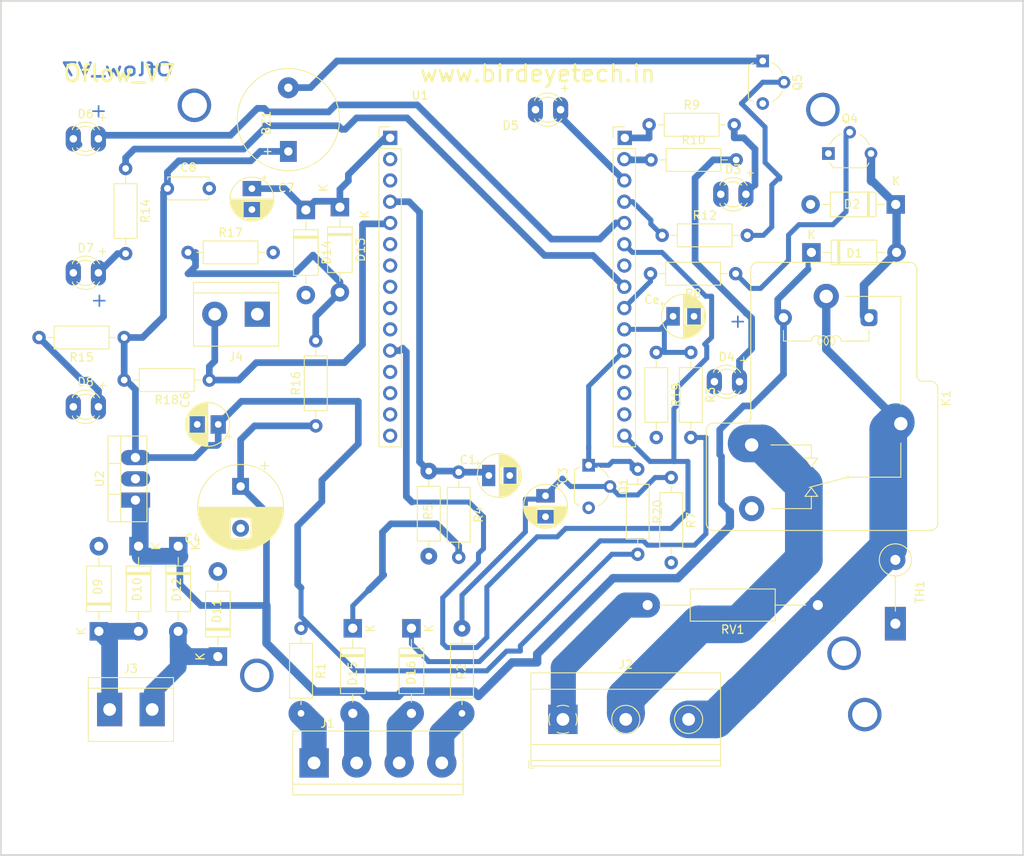
<source format=kicad_pcb>
(kicad_pcb (version 20211014) (generator pcbnew)
  (layers (0 "F.Cu" signal) (31 "B.Cu" signal) (34 "B.Paste" user) (35 "F.Paste" user) (36 "B.SilkS" user "B.Silkscreen") (37 "F.SilkS" user "F.Silkscreen") (38 "B.Mask" user) (39 "F.Mask" user) (44 "Edge.Cuts" user))
  (net 0 "")
  (net 1 "GND")
  (net 2 "Net-(D1-Pad2)")
  (net 3 "+12V")
  (net 4 "L")
  (net 6 "Net-(J2-Pad2)")
  (net 7 "Net-(Q4-Pad2)")
  (net 8 "Net-(BZ1-Pad2)")
  (net 9 "Net-(Q5-Pad2)")
  (net 10 "Net-(D15-Pad1)")
  (net 11 "Net-(D15-Pad2)")
  (net 12 "Net-(J1-Pad1)")
  (net 13 "A0")
  (net 14 "D6")
  (net 15 "D0")
  (net 16 "D1")
  (net 17 "Net-(D10-Pad2)")
  (net 18 "Net-(D11-Pad1)")
  (net 19 "N")
  (net 20 "Net-(D3-Pad2)")
  (net 21 "Net-(D4-Pad2)")
  (net 22 "Net-(D7-Pad2)")
  (net 23 "Net-(D8-Pad2)")
  (net 24 "Net-(D13-Pad2)")
  (net 25 "+5V")
  (net 26 "Net-(D16-Pad1)")
  (net 27 "Net-(D16-Pad2)")
  (net 29 "Net-(C3-Pad1)")
  (net 30 "Net-(J1-Pad4)")
  (net 31 "D8")
  (net 32 "D2")
  (net 33 "D4")
  (net 34 "D7")
  (net 35 "D3")
  (net 36 "D5")
  (net 38 "S3")
  (net 39 "S2")
  (net 44 "+3.3V")
  (footprint "Capacitor_THT:CP_Radial_D5.0mm_P2.50mm" (layer "F.Cu") (at 111.22 73.67)
    (fp_text reference "Ce")
    (fp_text value "CP")
  )
  (footprint "Package_TO_SOT_THT:TO-92L_Wide" (layer "F.Cu") (at 129.76 54.23)
    (fp_text reference "Q4")
    (fp_text value "2N2219")
  )
  (footprint "Package_TO_SOT_THT:TO-92L_Wide" (layer "F.Cu") (at 121.92 43.18 -90)
    (fp_text reference "Q5")
    (fp_text value "BC547")
  )
  (footprint "Resistor_THT:R_Axial_DIN0207_L6.3mm_D2.5mm_P10.16mm_Horizontal" (layer "F.Cu") (at 66.825 110.92 -90)
    (fp_text reference "R1")
    (fp_text value "330R")
  )
  (footprint "myLib:TerminalBlock_bornier-4_P5.08mm" (layer "F.Cu") (at 68.38 127)
    (fp_text reference "J1")
    (fp_text value "Conn_01x04")
  )
  (footprint "myLib:CP_Radial_D10.0mm_P5.00mm" (layer "F.Cu") (at 59.61634 93.98 -90)
    (fp_text reference "C4")
    (fp_text value "1000uF")
  )
  (footprint "myLib:CP_Radial_D5.0mm_P2.50mm" (layer "F.Cu") (at 56.94 86.58 180)
    (fp_text reference "C6")
    (fp_text value "0.1uF")
  )
  (footprint "Diode_THT:D_DO-41_SOD81_P10.16mm_Horizontal" (layer "F.Cu") (at 42.7 111.28 90)
    (fp_text reference "D9")
    (fp_text value "1N4007")
  )
  (footprint "Diode_THT:D_DO-41_SOD81_P10.16mm_Horizontal" (layer "F.Cu") (at 47.433333 101.12 -90)
    (fp_text reference "D10")
    (fp_text value "1N4007")
  )
  (footprint "Diode_THT:D_DO-41_SOD81_P10.16mm_Horizontal" (layer "F.Cu") (at 56.9 114.3 90)
    (fp_text reference "D11")
    (fp_text value "1N4007")
  )
  (footprint "Diode_THT:D_DO-41_SOD81_P10.16mm_Horizontal" (layer "F.Cu") (at 52.166666 101.12 -90)
    (fp_text reference "D12")
    (fp_text value "1N4007")
  )
  (footprint "myLib:TerminalBlock_bornier-2_P5.08mm" (layer "F.Cu") (at 49.0616 120.61724 180)
    (fp_text reference "J3")
    (fp_text value "Conn_01x02")
  )
  (footprint "myLib:TO-220-3_Vertical" (layer "F.Cu") (at 47.0616 95.61724 90)
    (fp_text reference "U2")
    (fp_text value "L7805")
  )
  (footprint "TerminalBlock:TerminalBlock_bornier-2_P5.08mm" (layer "F.Cu") (at 61.61 73.42 180)
    (fp_text reference "J4")
    (fp_text value "Conn_01x02")
  )
  (footprint "TerminalBlock_MetzConnect:TerminalBlock_MetzConnect_Type175_RT02703HBLC_1x03_P7.50mm_Horizontal" (layer "F.Cu") (at 98.075 121.8)
    (fp_text reference "J2")
    (fp_text value "Conn_01x03")
  )
  (footprint "Resistor_THT:R_Axial_DIN0207_L6.3mm_D2.5mm_P10.16mm_Horizontal" (layer "F.Cu") (at 118.69 68.58 180)
    (fp_text reference "R8")
    (fp_text value "10k")
  )
  (footprint "myLib:Buzzer_12x9.5RM7.6" (layer "F.Cu") (at 65.31 53.98 90)
    (fp_text reference "BZ1")
    (fp_text value "Buzzer")
  )
  (footprint "MyLib:LED_D3.0mm" (layer "F.Cu") (at 117.114491 59.096428)
    (fp_text reference "D3")
    (fp_text value "LED")
  )
  (footprint "MyLib:LED_D3.0mm" (layer "F.Cu") (at 116.34862 81.47424)
    (fp_text reference "D4")
    (fp_text value "LED")
  )
  (footprint "MyLib:LED_D3.0mm" (layer "F.Cu") (at 95 49)
    (fp_text reference "D5")
    (fp_text value "LED")
  )
  (footprint "MyLib:LED_D3.0mm" (layer "F.Cu") (at 39.84862 52.47424)
    (fp_text reference "D6")
    (fp_text value "LED")
  )
  (footprint "MyLib:LED_D3.0mm" (layer "F.Cu") (at 39.84862 68.47424)
    (fp_text reference "D7")
    (fp_text value "LED")
  )
  (footprint "MyLib:LED_D3.0mm" (layer "F.Cu") (at 39.84862 84.47424)
    (fp_text reference "D8")
    (fp_text value "LED")
  )
  (footprint "Resistor_THT:R_Axial_DIN0207_L6.3mm_D2.5mm_P10.16mm_Horizontal" (layer "F.Cu") (at 108.36 50.8)
    (fp_text reference "R9")
    (fp_text value "R")
  )
  (footprint "Resistor_THT:R_Axial_DIN0207_L6.3mm_D2.5mm_P10.16mm_Horizontal" (layer "F.Cu") (at 108.59 54.99)
    (fp_text reference "R10")
    (fp_text value "R")
  )
  (footprint "Resistor_THT:R_Axial_DIN0207_L6.3mm_D2.5mm_P10.16mm_Horizontal" (layer "F.Cu") (at 45.89 56.02 -90)
    (fp_text reference "R14")
    (fp_text value "R")
  )
  (footprint "Resistor_THT:R_Axial_DIN0207_L6.3mm_D2.5mm_P10.16mm_Horizontal" (layer "F.Cu") (at 45.72 76.2 180)
    (fp_text reference "R15")
    (fp_text value "R")
  )
  (footprint "myLib:CP_Radial_D5.0mm_P2.50mm" (layer "F.Cu") (at 60.96 58.42 -90)
    (fp_text reference "C7")
    (fp_text value "10uF")
  )
  (footprint "Diode_THT:D_DO-41_SOD81_P10.16mm_Horizontal" (layer "F.Cu") (at 71.46 60.64 -90)
    (fp_text reference "D13")
    (fp_text value "1N4007")
  )
  (footprint "Diode_THT:D_DO-41_SOD81_P10.16mm_Horizontal" (layer "F.Cu") (at 67.4 60.97 -90)
    (fp_text reference "D14")
    (fp_text value "D_Zener")
  )
  (footprint "Resistor_THT:R_Axial_DIN0207_L6.3mm_D2.5mm_P10.16mm_Horizontal" (layer "F.Cu") (at 68.58 86.75 90)
    (fp_text reference "R16")
    (fp_text value "56K")
  )
  (footprint "Resistor_THT:R_Axial_DIN0207_L6.3mm_D2.5mm_P10.16mm_Horizontal" (layer "F.Cu") (at 53.34 66.04)
    (fp_text reference "R17")
    (fp_text value "15K")
  )
  (footprint "Capacitor_THT:C_Disc_D4.7mm_W2.5mm_P5.00mm" (layer "F.Cu") (at 50.88 58.4)
    (fp_text reference "C8")
    (fp_text value "C")
  )
  (footprint "Resistor_THT:R_Axial_DIN0207_L6.3mm_D2.5mm_P10.16mm_Horizontal" (layer "F.Cu") (at 55.88 81.28 180)
    (fp_text reference "R18")
    (fp_text value "10k")
  )
  (footprint "Diode_THT:D_DO-41_SOD81_P10.16mm_Horizontal" (layer "F.Cu") (at 127.73 66.04)
    (fp_text reference "D1")
    (fp_text value "1N4007")
  )
  (footprint "Diode_THT:D_DO-41_SOD81_P10.16mm_Horizontal" (layer "F.Cu") (at 137.79 60.31 180)
    (fp_text reference "D2")
    (fp_text value "1N4007")
  )
  (footprint "Relay_THT:Relay_SPDT_RAYEX-L90" (layer "F.Cu") (at 129.5 71.29 -90)
    (fp_text reference "K1")
    (fp_text value "RAYEX-L90")
  )
  (footprint "Resistor_THT:R_Axial_DIN0207_L6.3mm_D2.5mm_P10.16mm_Horizontal" (layer "F.Cu") (at 109.22 77.98 -90)
    (fp_text reference "R19")
    (fp_text value "10K")
  )
  (footprint "Capacitor_THT:CP_Radial_D5.0mm_P2.50mm" (layer "F.Cu") (at 89.23 92.68)
    (fp_text reference "C1")
    (fp_text value "CP")
  )
  (footprint "Resistor_THT:R_Axial_DIN0207_L6.3mm_D2.5mm_P10.16mm_Horizontal" (layer "F.Cu") (at 111 92.92 -90)
    (fp_text reference "R7")
    (fp_text value "68K")
  )
  (footprint "Diode_THT:D_DO-41_SOD81_P10.16mm_Horizontal" (layer "F.Cu") (at 80 110.92 -90)
    (fp_text reference "D16")
    (fp_text value "1N4007")
  )
  (footprint "Resistor_THT:R_Axial_DIN0207_L6.3mm_D2.5mm_P10.16mm_Horizontal" (layer "F.Cu") (at 85.64 92.28 -90)
    (fp_text reference "R4")
    (fp_text value "1K")
  )
  (footprint "Resistor_THT:R_Axial_DIN0207_L6.3mm_D2.5mm_P10.16mm_Horizontal" (layer "F.Cu") (at 107 91.92 -90)
    (fp_text reference "R20")
    (fp_text value "10k")
  )
  (footprint "Resistor_THT:R_Axial_DIN0411_L9.9mm_D3.6mm_P7.62mm_Vertical" (layer "F.Cu") (at 137.75 102.755 -90)
    (fp_text reference "TH1")
    (fp_text value "Thermistor_NTC")
  )
  (footprint "MyLib:R_Axial_DIN0207_L6.3mm_D2.5mm_P10.16mm_Horizontal" (layer "F.Cu") (at 86.03 121.08 90)
    (fp_text reference "R2")
    (fp_text value "10K")
  )
  (footprint "Package_TO_SOT_THT:TO-92L_Wide" (layer "F.Cu") (at 101.15 91.45 -90)
    (fp_text reference "Q1")
    (fp_text value "BC547")
  )
  (footprint "Diode_THT:D_DO-41_SOD81_P10.16mm_Horizontal" (layer "F.Cu") (at 73 110.92 -90)
    (fp_text reference "D15")
    (fp_text value "1N4007")
  )
  (footprint "MyLib:R_Axial_DIN0207_L6.3mm_D2.5mm_P10.16mm_Horizontal" (layer "F.Cu") (at 82.07 102.31 90)
    (fp_text reference "R5")
    (fp_text value "10K")
  )
  (footprint "Resistor_THT:R_Axial_DIN0207_L6.3mm_D2.5mm_P10.16mm_Horizontal" (layer "F.Cu") (at 113.34 77.98 -90)
    (fp_text reference "R3")
    (fp_text value "1K")
  )
  (footprint "Resistor_THT:R_Axial_DIN0411_L9.9mm_D3.6mm_P20.32mm_Horizontal" (layer "F.Cu") (at 128.5 108.15 180)
    (fp_text reference "RV1")
    (fp_text value "Varistor")
  )
  (footprint "NodeMCU:NODE V1" (layer "F.Cu") (at 77.46 52.365)
    (fp_text reference "U1")
    (fp_text value "NodeMCU")
  )
  (footprint "Resistor_THT:R_Axial_DIN0207_L6.3mm_D2.5mm_P10.16mm_Horizontal" (layer "F.Cu") (at 109.92 64)
    (fp_text reference "R12")
    (fp_text value "R")
  )
  (footprint "Capacitor_THT:CP_Radial_D5.0mm_P2.50mm" (layer "F.Cu") (at 96 95.099185 -90)
    (fp_text reference "C3")
    (fp_text value "CP")
  )
  (gr_line (start 118.95 73.675) (end 118.95 74.95) (layer "B.Cu") (width 0.2))
  (gr_line (start 118.275 74.3) (end 119.6 74.3) (layer "B.Cu") (width 0.2))
  (gr_line (start 42.7625 71.175) (end 42.7625 72.45) (layer "B.Cu") (width 0.2))
  (gr_line (start 42.6625 48.55) (end 42.6625 49.825) (layer "B.Cu") (width 0.2))
  (gr_line (start 42.0875 71.8) (end 43.4125 71.8) (layer "B.Cu") (width 0.2))
  (gr_line (start 41.9875 49.175) (end 43.3125 49.175) (layer "B.Cu") (width 0.2))
  (gr_rect (start 31 36) (end 153 138) (layer "Edge.Cuts") (width 0.2) (fill none))
  (gr_text "Oflow_V7\n" (at 44.92752 44.196) (layer "B.Cu") (effects (font (size 1.5 2) (thickness 0.3)) (justify mirror)))
  (gr_text "www.birdeyetech.in\n" (at 95.0866 44.69224) (layer "F.SilkS") (effects (font (size 2 2) (thickness 0.3))))
  (gr_text "Oflow_V7\n" (at 45.15 44.65) (layer "F.SilkS") (effects (font (size 2 2) (thickness 0.3))))
  (via locked (at 134.09862 121.22424) (size 4) (drill 3) (layers "F.Cu" "B.Cu") (net 0))
  (via locked (at 61.55098 116.54534) (size 4) (drill 3) (layers "F.Cu" "B.Cu") (net 0))
  (via locked (at 131.625 113.9) (size 4) (drill 3) (layers "F.Cu" "B.Cu") (net 0))
  (via locked (at 129.09862 48.97424) (size 4) (drill 3) (layers "F.Cu" "B.Cu") (net 0))
  (via locked (at 54.09862 48.47424) (size 4) (drill 3) (layers "F.Cu" "B.Cu") (net 0))
  (segment (start 42.18 100.6) (end 42.7 101.12) (width 0.8) (layer "B.Cu") (net 1))
  (segment (start 39.64862 52.47424) (end 40.33 53.15562) (width 0.8) (layer "B.Cu") (net 1))
  (segment (start 135.06 57.58) (end 137.89 60.41) (width 1) (layer "B.Cu") (net 2))
  (segment (start 134 69.93) (end 134 73.65) (width 1) (layer "B.Cu") (net 2))
  (segment (start 137.89 66.04) (end 134 69.93) (width 1) (layer "B.Cu") (net 2))
  (segment (start 134.93 57.58) (end 135.06 57.58) (width 1) (layer "B.Cu") (net 2))
  (segment (start 134.84 54.23) (end 134.84 57.49) (width 1) (layer "B.Cu") (net 2))
  (segment (start 137.89 60.41) (end 137.89 66.04) (width 1) (layer "B.Cu") (net 2))
  (segment (start 134.84 57.49) (end 134.93 57.58) (width 1) (layer "B.Cu") (net 2))
  (segment (start 59.61634 88.40366) (end 59.61634 93.98) (width 0.8) (layer "B.Cu") (net 3))
  (segment (start 61.27 86.75) (end 59.61634 88.40366) (width 0.8) (layer "B.Cu") (net 3))
  (segment (start 62.7 108.2) (end 62.7 97.06366) (width 0.8) (layer "B.Cu") (net 3))
  (segment (start 74.596956 119) (end 74.076956 118.48) (width 1) (layer "B.Cu") (net 3))
  (segment (start 95 114) (end 95 115) (width 1) (layer "B.Cu") (net 3))
  (segment (start 87.48 118.48) (end 78.923044 118.48) (width 1) (layer "B.Cu") (net 3))
  (segment (start 62.7 108.2) (end 54.86 108.2) (width 0.8) (layer "B.Cu") (net 3))
  (segment (start 92 115) (end 88 119) (width 1) (layer "B.Cu") (net 3))
  (segment (start 117 96) (end 117 90.389626) (width 0.8) (layer "B.Cu") (net 3))
  (segment (start 62.7 97.06366) (end 59.61634 93.98) (width 0.8) (layer "B.Cu") (net 3))
  (segment (start 62.7 112.7) (end 62.7 108.2) (width 1) (layer "B.Cu") (net 3))
  (segment (start 74.076956 118.48) (end 68.48 118.48) (width 1) (layer "B.Cu") (net 3))
  (segment (start 88 119) (end 87.48 118.48) (width 1) (layer "B.Cu") (net 3))
  (segment (start 116.79 90.179626) (end 116.79 87.21) (width 0.8) (layer "B.Cu") (net 3))
  (segment (start 117 90.389626) (end 116.79 90.179626) (width 0.8) (layer "B.Cu") (net 3))
  (segment (start 118 98.710438) (end 111.770438 104.94) (width 1) (layer "B.Cu") (net 3))
  (segment (start 61.27 86.75) (end 68.58 86.75) (width 0.8) (layer "B.Cu") (net 3))
  (segment (start 120.62576 84.37424) (end 124.4 80.6) (width 0.8) (layer "B.Cu") (net 3))
  (segment (start 116.79 87.21) (end 119.62576 84.37424) (width 0.8) (layer "B.Cu") (net 3))
  (segment (start 118 97) (end 117 96) (width 0.8) (layer "B.Cu") (net 3))
  (segment (start 124.000489 73.449511) (end 123.8 73.65) (width 1) (layer "B.Cu") (net 3))
  (segment (start 47.633333 102.32) (end 52.366666 102.32) (width 2) (layer "B.Cu") (net 3))
  (segment (start 127.33 68.04) (end 127.33 66.44) (width 0.6) (layer "B.Cu") (net 3))
  (segment (start 127.33 66.44) (end 127.73 66.04) (width 0.6) (layer "B.Cu") (net 3))
  (segment (start 54.86 108.2) (end 52.366666 105.706666) (width 0.8) (layer "B.Cu") (net 3))
  (segment (start 123.71 73.83) (end 123.71 71.66) (width 0.8) (layer "B.Cu") (net 3))
  (segment (start 47.633333 102.32) (end 47.633333 96.548493) (width 2) (layer "B.Cu") (net 3))
  (segment (start 111.770438 104.94) (end 104.06 104.94) (width 1) (layer "B.Cu") (net 3))
  (segment (start 123.71 71.66) (end 127.33 68.04) (width 0.8) (layer "B.Cu") (net 3))
  (segment (start 78.403044 119) (end 74.596956 119) (width 1) (layer "B.Cu") (net 3))
  (segment (start 78.923044 118.48) (end 78.403044 119) (width 1) (layer "B.Cu") (net 3))
  (segment (start 95 115) (end 92 115) (width 1) (layer "B.Cu") (net 3))
  (segment (start 68.48 118.48) (end 62.7 112.7) (width 1) (layer "B.Cu") (net 3))
  (segment (start 52.366666 105.706666) (end 52.366666 102.32) (width 0.8) (layer "B.Cu") (net 3))
  (segment (start 119.62576 84.37424) (end 120.62576 84.37424) (width 0.8) (layer "B.Cu") (net 3))
  (segment (start 104.06 104.94) (end 95 114) (width 1) (layer "B.Cu") (net 3))
  (segment (start 118 97) (end 118 98.710438) (width 1) (layer "B.Cu") (net 3))
  (segment (start 124.4 80.6) (end 124.4 73.83) (width 0.8) (layer "B.Cu") (net 3))
  (segment (start 129.5 71.29) (end 129.5 77.59) (width 1) (layer "B.Cu") (net 4))
  (segment (start 129.5 77.59) (end 138.4 86.49) (width 1) (layer "B.Cu") (net 4))
  (segment (start 119.3875 118.8) (end 119.3 118.8) (width 4.5) (layer "B.Cu") (net 4))
  (segment (start 136.9 101.2875) (end 119.3875 118.8) (width 4.5) (layer "B.Cu") (net 4))
  (segment (start 137.8 86.31) (end 136.9 87.21) (width 4.5) (layer "B.Cu") (net 4))
  (segment (start 119.3 118.8) (end 116.3 121.8) (width 4.5) (layer "B.Cu") (net 4))
  (segment (start 136.9 87.21) (end 136.9 101.2875) (width 4.5) (layer "B.Cu") (net 4))
  (segment (start 116.3 121.8) (end 113.075 121.8) (width 4.5) (layer "B.Cu") (net 4))
  (segment (start 120 88.85) (end 121.875 88.85) (width 4.5) (layer "B.Cu") (net 6))
  (segment (start 105.575 119.175) (end 105.575 121) (width 4.5) (layer "B.Cu") (net 6))
  (segment (start 119.1 110.45) (end 114.3 110.45) (width 4.5) (layer "B.Cu") (net 6))
  (segment (start 121.875 88.85) (end 126.825 93.8) (width 4.5) (layer "B.Cu") (net 6))
  (segment (start 114.3 110.45) (end 105.575 119.175) (width 4.5) (layer "B.Cu") (net 6))
  (segment (start 126.825 102.725) (end 119.1 110.45) (width 4.5) (layer "B.Cu") (net 6))
  (segment (start 126.825 93.8) (end 126.825 102.725) (width 4.5) (layer "B.Cu") (net 6))
  (segment (start 105.575 121) (end 105.625 121.05) (width 4.5) (layer "B.Cu") (net 6))
  (segment (start 125 63.97) (end 126.24 62.73) (width 0.6) (layer "B.Cu") (net 7))
  (segment (start 125 67) (end 125 63.97) (width 0.6) (layer "B.Cu") (net 7))
  (segment (start 121.66 70.34) (end 125 67) (width 0.6) (layer "B.Cu") (net 7))
  (segment (start 131.86 61.18) (end 131.86 52.13) (width 0.6) (layer "B.Cu") (net 7))
  (segment (start 120.45 70.34) (end 121.66 70.34) (width 0.6) (layer "B.Cu") (net 7))
  (segment (start 130.31 62.73) (end 131.86 61.18) (width 0.6) (layer "B.Cu") (net 7))
  (segment (start 131.86 52.13) (end 132.3 51.69) (width 0.6) (layer "B.Cu") (net 7))
  (segment (start 126.24 62.73) (end 130.31 62.73) (width 0.6) (layer "B.Cu") (net 7))
  (segment (start 118.69 68.58) (end 120.45 70.34) (width 0.6) (layer "B.Cu") (net 7))
  (segment (start 65.33 46.36) (end 65.31 46.38) (width 0.8) (layer "B.Cu") (net 8))
  (segment (start 121.92 43.18) (end 71.12 43.18) (width 0.8) (layer "B.Cu") (net 8))
  (segment (start 67.94 46.36) (end 65.33 46.36) (width 0.8) (layer "B.Cu") (net 8))
  (segment (start 65.31 46.38) (end 65.63 46.06) (width 0.8) (layer "B.Cu") (net 8))
  (segment (start 71.12 43.18) (end 67.94 46.36) (width 0.8) (layer "B.Cu") (net 8))
  (segment (start 123 58) (end 123 63) (width 0.6) (layer "B.Cu") (net 9))
  (segment (start 121.92 45.72) (end 124.46 45.72) (width 0.6) (layer "B.Cu") (net 9))
  (segment (start 123.95 57.05) (end 123.95 57.29) (width 0.6) (layer "B.Cu") (net 9))
  (segment (start 122.2 55.3) (end 122.2 51.08) (width 0.6) (layer "B.Cu") (net 9))
  (segment (start 123.95 57.05) (end 122.2 55.3) (width 0.6) (layer "B.Cu") (net 9))
  (segment (start 119.38 48.26) (end 121.92 45.72) (width 0.6) (layer "B.Cu") (net 9))
  (segment (start 123.95 57.05) (end 123 58) (width 0.6) (layer "B.Cu") (net 9))
  (segment (start 122.2 51.08) (end 119.38 48.26) (width 0.6) (layer "B.Cu") (net 9))
  (segment (start 120.08 64) (end 122 64) (width 0.6) (layer "B.Cu") (net 9))
  (segment (start 123 63) (end 122 64) (width 0.6) (layer "B.Cu") (net 9))
  (segment (start 73 108.24) (end 73 110.92) (width 0.6) (layer "B.Cu") (net 10))
  (segment (start 76.54 99.45) (end 76.54 104.4) (width 0.8) (layer "B.Cu") (net 10))
  (segment (start 77.54 98.45) (end 76.54 99.45) (width 0.8) (layer "B.Cu") (net 10))
  (segment (start 85.64 101.1) (end 82.99 98.45) (width 0.8) (layer "B.Cu") (net 10))
  (segment (start 76.69 104.55) (end 74.895 106.345) (width 0.8) (layer "B.Cu") (net 10))
  (segment (start 74.895 106.345) (end 73 108.24) (width 0.6) (layer "B.Cu") (net 10))
  (segment (start 85.64 102.44) (end 85.64 101.1) (width 0.8) (layer "B.Cu") (net 10))
  (segment (start 82.99 98.45) (end 77.54 98.45) (width 0.8) (layer "B.Cu") (net 10))
  (segment (start 76.54 104.4) (end 76.69 104.55) (width 0.8) (layer "B.Cu") (net 10))
  (segment (start 73.46 121.54) (end 73 121.08) (width 3) (layer "B.Cu") (net 11))
  (segment (start 73.46 127) (end 73.46 121.54) (width 3) (layer "B.Cu") (net 11))
  (segment (start 68.38 122.635) (end 66.825 121.08) (width 3) (layer "B.Cu") (net 12))
  (segment (start 68.38 127) (end 68.38 122.635) (width 3) (layer "B.Cu") (net 12))
  (segment (start 71.46 60.64) (end 71.46 58.52) (width 0.8) (layer "B.Cu") (net 13))
  (segment (start 70.75 59.93) (end 68.44 59.93) (width 0.8) (layer "B.Cu") (net 13))
  (segment (start 72.47 57.51) (end 72.47 56.74) (width 0.8) (layer "B.Cu") (net 13))
  (segment (start 71.46 60.64) (end 70.75 59.93) (width 0.8) (layer "B.Cu") (net 13))
  (segment (start 64.85 58.42) (end 60.96 58.42) (width 0.8) (layer "B.Cu") (net 13))
  (segment (start 68.44 59.93) (end 67.4 60.97) (width 0.8) (layer "B.Cu") (net 13))
  (segment (start 72.47 56.74) (end 76.845 52.365) (width 0.8) (layer "B.Cu") (net 13))
  (segment (start 76.845 52.365) (end 77.46 52.365) (width 0.8) (layer "B.Cu") (net 13))
  (segment (start 71.46 58.52) (end 72.47 57.51) (width 0.8) (layer "B.Cu") (net 13))
  (segment (start 67.4 60.97) (end 64.85 58.42) (width 0.8) (layer "B.Cu") (net 13))
  (segment (start 105.4 72.685) (end 105.4 72.63) (width 0.6) (layer "B.Cu") (net 14))
  (segment (start 105.4 72.63) (end 108.53 69.5) (width 0.6) (layer "B.Cu") (net 14))
  (segment (start 108.53 68.58) (end 108.53 69.5) (width 0.6) (layer "B.Cu") (net 14))
  (segment (start 105.46 52.365) (end 108.355 52.365) (width 0.8) (layer "B.Cu") (net 15))
  (segment (start 108.355 52.365) (end 108.36 52.36) (width 0.8) (layer "B.Cu") (net 15))
  (segment (start 108.36 52.36) (end 108.36 50.8) (width 0.8) (layer "B.Cu") (net 15))
  (segment (start 106.16 54.99) (end 108.59 54.99) (width 0.8) (layer "B.Cu") (net 16))
  (segment (start 106.075 54.905) (end 106.16 54.99) (width 0.8) (layer "B.Cu") (net 16))
  (segment (start 105.4 54.905) (end 106.075 54.905) (width 0.8) (layer "B.Cu") (net 16))
  (segment (start 47.433333 111.28) (end 42.7 111.28) (width 2) (layer "B.Cu") (net 17))
  (segment (start 43.9816 112.5616) (end 42.7 111.28) (width 2) (layer "B.Cu") (net 17))
  (segment (start 43.9816 120.61724) (end 43.9816 112.5616) (width 2) (layer "B.Cu") (net 17))
  (segment (start 49.0616 118.6384) (end 52.166666 115.533334) (width 2) (layer "B.Cu") (net 18))
  (segment (start 52.166666 113.126666) (end 53.34 114.3) (width 2) (layer "B.Cu") (net 18))
  (segment (start 52.166666 111.28) (end 52.166666 113.126666) (width 2) (layer "B.Cu") (net 18))
  (segment (start 53.34 114.3) (end 56.9 114.3) (width 2) (layer "B.Cu") (net 18))
  (segment (start 49.0616 120.61724) (end 49.0616 118.6384) (width 2) (layer "B.Cu") (net 18))
  (segment (start 52.166666 115.533334) (end 52.166666 111.28) (width 2) (layer "B.Cu") (net 18))
  (segment (start 98.125 121.05) (end 98.125 115.6) (width 3) (layer "B.Cu") (net 19))
  (segment (start 98.125 115.6) (end 105.575 108.15) (width 3) (layer "B.Cu") (net 19))
  (segment (start 105.575 108.15) (end 108.18 108.15) (width 3) (layer "B.Cu") (net 19))
  (segment (start 118.52 52.36) (end 119.65137 52.36) (width 0.8) (layer "B.Cu") (net 20))
  (segment (start 121 58) (end 121 58.010919) (width 0.6) (layer "B.Cu") (net 20))
  (segment (start 119.65137 52.36) (end 121 53.70863) (width 0.8) (layer "B.Cu") (net 20))
  (segment (start 121 58.010919) (end 119.914491 59.096428) (width 0.6) (layer "B.Cu") (net 20))
  (segment (start 118.52 52.36) (end 118.52 50.8) (width 0.8) (layer "B.Cu") (net 20))
  (segment (start 121 53.70863) (end 121 58) (width 0.8) (layer "B.Cu") (net 20))
  (segment (start 113.84862 57.15138) (end 116.01 54.99) (width 0.8) (layer "B.Cu") (net 21))
  (segment (start 119.95 73.260786) (end 113.84862 67.159406) (width 0.8) (layer "B.Cu") (net 21))
  (segment (start 113.84862 67.159406) (end 113.84862 57.15138) (width 0.8) (layer "B.Cu") (net 21))
  (segment (start 116.01 54.99) (end 118.75 54.99) (width 0.8) (layer "B.Cu") (net 21))
  (segment (start 119.14862 78.99862) (end 120.6 77.54724) (width 0.8) (layer "B.Cu") (net 21))
  (segment (start 120.6 77.54724) (end 120.6 73.885786) (width 0.8) (layer "B.Cu") (net 21))
  (segment (start 119.14862 81.47424) (end 119.14862 78.99862) (width 0.8) (layer "B.Cu") (net 21))
  (segment (start 119.95 73.3) (end 119.95 73.260786) (width 0.8) (layer "B.Cu") (net 21))
  (segment (start 120.6 73.885786) (end 120.014214 73.3) (width 0.8) (layer "B.Cu") (net 21))
  (segment (start 120.014214 73.3) (end 119.95 73.3) (width 0.8) (layer "B.Cu") (net 21))
  (segment (start 45.89 66.18) (end 44.94286 66.18) (width 0.8) (layer "B.Cu") (net 22))
  (segment (start 44.94286 66.18) (end 42.64862 68.47424) (width 0.8) (layer "B.Cu") (net 22))
  (segment (start 42.64862 82.54862) (end 41.41 81.31) (width 0.8) (layer "B.Cu") (net 23))
  (segment (start 41.41 81.31) (end 41.45 81.27) (width 0.8) (layer "B.Cu") (net 23))
  (segment (start 40.67 81.31) (end 35.56 76.2) (width 0.8) (layer "B.Cu") (net 23))
  (segment (start 42.64862 84.47424) (end 42.64862 82.54862) (width 0.8) (layer "B.Cu") (net 23))
  (segment (start 41.41 81.31) (end 40.67 81.31) (width 0.8) (layer "B.Cu") (net 23))
  (segment (start 71.46 69.56) (end 71.46 70.8) (width 0.8) (layer "B.Cu") (net 24))
  (segment (start 54.23 66.93) (end 53.34 66.04) (width 0.8) (layer "B.Cu") (net 24))
  (segment (start 54.23 67.69) (end 54.23 66.93) (width 0.8) (layer "B.Cu") (net 24))
  (segment (start 68.26 66.36) (end 66.04 68.58) (width 0.8) (layer "B.Cu") (net 24))
  (segment (start 71.12 71.14) (end 71.46 70.8) (width 0.8) (layer "B.Cu") (net 24))
  (segment (start 66.04 68.58) (end 53.34 68.58) (width 0.8) (layer "B.Cu") (net 24))
  (segment (start 68.58 76.59) (end 68.58 73.68) (width 0.8) (layer "B.Cu") (net 24))
  (segment (start 54.23 66.93) (end 54.23 66.04) (width 0.8) (layer "B.Cu") (net 24))
  (segment (start 68.58 73.68) (end 71.46 70.8) (width 0.8) (layer "B.Cu") (net 24))
  (segment (start 68.26 66.36) (end 71.46 69.56) (width 0.8) (layer "B.Cu") (net 24))
  (segment (start 53.34 68.58) (end 54.23 67.69) (width 0.8) (layer "B.Cu") (net 24))
  (segment (start 54.12276 90.53724) (end 55.58 89.08) (width 0.8) (layer "B.Cu") (net 25))
  (segment (start 50.88 58.4) (end 50.57 58.71) (width 0.8) (layer "B.Cu") (net 25))
  (segment (start 61.95 53.98) (end 60.83 55.1) (width 0.8) (layer "B.Cu") (net 25))
  (segment (start 66.825 106.09) (end 66.425 105.69) (width 0.8) (layer "B.Cu") (net 25))
  (segment (start 66.825 109.545) (end 66.825 106.09) (width 0.6) (layer "B.Cu") (net 25))
  (segment (start 93 113.64) (end 91.36 113.64) (width 0.6) (layer "B.Cu") (net 25))
  (segment (start 89 116) (end 73.28 116) (width 0.6) (layer "B.Cu") (net 25))
  (segment (start 47.91 76.2) (end 48.72 75.39) (width 0.8) (layer "B.Cu") (net 25))
  (segment (start 50.88 58.4) (end 50.42 58.86) (width 0.8) (layer "B.Cu") (net 25))
  (segment (start 50.42 58.86) (end 50.42 73.69) (width 0.8) (layer "B.Cu") (net 25))
  (segment (start 73.66 88.9) (end 73.66 83.82) (width 0.8) (layer "B.Cu") (net 25))
  (segment (start 103.92 102.08) (end 93 113) (width 0.6) (layer "B.Cu") (net 25))
  (segment (start 45.72 76.2) (end 47.91 76.2) (width 0.8) (layer "B.Cu") (net 25))
  (segment (start 50.57 58.71) (end 50.5 58.71) (width 0.8) (layer "B.Cu") (net 25))
  (segment (start 50.88 56.45) (end 50.88 58.4) (width 0.8) (layer "B.Cu") (net 25))
  (segment (start 66.425 98.675) (end 69.309016 95.790984) (width 0.8) (layer "B.Cu") (net 25))
  (segment (start 48.72 75.39) (end 49.56 74.55) (width 0.8) (layer "B.Cu") (net 25))
  (segment (start 55.58 89.08) (end 56.81 89.08) (width 0.8) (layer "B.Cu") (net 25))
  (segment (start 69.309016 95.790984) (end 69.309016 93.250984) (width 0.8) (layer "B.Cu") (net 25))
  (segment (start 47.0616 90.53724) (end 54.12276 90.53724) (width 0.8) (layer "B.Cu") (net 25))
  (segment (start 65.31 53.98) (end 61.95 53.98) (width 0.8) (layer "B.Cu") (net 25))
  (segment (start 73.66 83.82) (end 59.7 83.82) (width 0.8) (layer "B.Cu") (net 25))
  (segment (start 107 102.08) (end 103.92 102.08) (width 0.6) (layer "B.Cu") (net 25))
  (segment (start 56.94 86.58) (end 56.94 88.95) (width 0.8) (layer "B.Cu") (net 25))
  (segment (start 46.7 90.17564) (end 47.0616 90.53724) (width 0.8) (layer "B.Cu") (net 25))
  (segment (start 59.7 83.82) (end 56.94 86.58) (width 0.8) (layer "B.Cu") (net 25))
  (segment (start 91.36 113.64) (end 89 116) (width 0.6) (layer "B.Cu") (net 25))
  (segment (start 66.425 105.69) (end 66.425 98.675) (width 0.8) (layer "B.Cu") (net 25))
  (segment (start 47.0616 82.409886) (end 46.2375 81.585786) (width 0.8) (layer "B.Cu") (net 25))
  (segment (start 56.94 88.95) (end 56.81 89.08) (width 0.8) (layer "B.Cu") (net 25))
  (segment (start 73.28 116) (end 66.825 109.545) (width 0.6) (layer "B.Cu") (net 25))
  (segment (start 52.23 55.1) (end 50.88 56.45) (width 0.8) (layer "B.Cu") (net 25))
  (segment (start 69.309016 93.250984) (end 73.66 88.9) (width 0.8) (layer "B.Cu") (net 25))
  (segment (start 60.83 55.1) (end 52.23 55.1) (width 0.8) (layer "B.Cu") (net 25))
  (segment (start 45.72 81.28) (end 45.72 76.2) (width 0.8) (layer "B.Cu") (net 25))
  (segment (start 93 113) (end 93 113.64) (width 0.6) (layer "B.Cu") (net 25))
  (segment (start 50.42 73.69) (end 48.72 75.39) (width 0.8) (layer "B.Cu") (net 25))
  (segment (start 47.0616 90.53724) (end 47.0616 82.409886) (width 0.8) (layer "B.Cu") (net 25))
  (segment (start 80 112.8) (end 80 110.92) (width 0.6) (layer "B.Cu") (net 26))
  (segment (start 107.662742 100.48) (end 108.182742 101) (width 0.6) (layer "B.Cu") (net 26))
  (segment (start 115.14 99.647108) (end 115.14 88.14) (width 0.6) (layer "B.Cu") (net 26))
  (segment (start 102.52 100.48) (end 107.662742 100.48) (width 0.6) (layer "B.Cu") (net 26))
  (segment (start 88.1 114.9) (end 102.52 100.48) (width 0.6) (layer "B.Cu") (net 26))
  (segment (start 82 114.9) (end 82.1 114.9) (width 0.6) (layer "B.Cu") (net 26))
  (segment (start 108.182742 101) (end 113.787108 101) (width 0.6) (layer "B.Cu") (net 26))
  (segment (start 113.787108 101) (end 115.14 99.647108) (width 0.6) (layer "B.Cu") (net 26))
  (segment (start 115.14 88.14) (end 113.34 88.14) (width 0.6) (layer "B.Cu") (net 26))
  (segment (start 82.1 114.9) (end 80 112.8) (width 0.6) (layer "B.Cu") (net 26))
  (segment (start 82.1 114.9) (end 88.1 114.9) (width 0.6) (layer "B.Cu") (net 26))
  (segment (start 78.54 127) (end 78.54 122.54) (width 3) (layer "B.Cu") (net 27))
  (segment (start 78.54 122.54) (end 80 121.08) (width 3) (layer "B.Cu") (net 27))
  (segment (start 107 95) (end 104.7 95) (width 0.6) (layer "B.Cu") (net 29))
  (segment (start 86.03 106.97) (end 86.03 110.345) (width 0.6) (layer "B.Cu") (net 29))
  (segment (start 93.6 99.4) (end 86.03 106.97) (width 0.6) (layer "B.Cu") (net 29))
  (segment (start 93.6 95.499185) (end 93.6 99.4) (width 0.6) (layer "B.Cu") (net 29))
  (segment (start 104.7 95) (end 103.69 93.99) (width 0.6) (layer "B.Cu") (net 29))
  (segment (start 109.08 92.92) (end 107 95) (width 0.6) (layer "B.Cu") (net 29))
  (segment (start 95.500815 95.499185) (end 93.6 95.499185) (width 0.6) (layer "B.Cu") (net 29))
  (segment (start 98.02 92.98) (end 98 93) (width 0.6) (layer "B.Cu") (net 29))
  (segment (start 98.99 93.99) (end 98 93) (width 0.6) (layer "B.Cu") (net 29))
  (segment (start 103.69 93.99) (end 98.99 93.99) (width 0.6) (layer "B.Cu") (net 29))
  (segment (start 111 92.92) (end 109.08 92.92) (width 0.6) (layer "B.Cu") (net 29))
  (segment (start 98 93) (end 95.500815 95.499185) (width 0.6) (layer "B.Cu") (net 29))
  (segment (start 83.62 127) (end 83.62 123.49) (width 3) (layer "B.Cu") (net 30))
  (segment (start 83.62 123.49) (end 86.03 121.08) (width 3) (layer "B.Cu") (net 30))
  (segment (start 104 91) (end 103.55 91.45) (width 0.6) (layer "B.Cu") (net 31))
  (segment (start 106.08 91) (end 107 91.92) (width 0.6) (layer "B.Cu") (net 31))
  (segment (start 101.15 82.015) (end 101.15 89.45) (width 0.6) (layer "B.Cu") (net 31))
  (segment (start 106.33 91.38) (end 106.33 91.9) (width 0.6) (layer "B.Cu") (net 31))
  (segment (start 105.4 77.765) (end 101.15 82.015) (width 0.6) (layer "B.Cu") (net 31))
  (segment (start 103.55 91.45) (end 101.15 91.45) (width 0.6) (layer "B.Cu") (net 31))
  (segment (start 101.15 91.45) (end 101.15 89.15) (width 0.6) (layer "B.Cu") (net 31))
  (segment (start 104 91) (end 106.08 91) (width 0.6) (layer "B.Cu") (net 31))
  (segment (start 97.8 49) (end 97.8 49.845) (width 0.8) (layer "B.Cu") (net 32))
  (segment (start 97.8 49.845) (end 105.4 57.445) (width 0.8) (layer "B.Cu") (net 32))
  (segment (start 70.95 48.43) (end 80.69 48.43) (width 0.8) (layer "B.Cu") (net 33))
  (segment (start 96.71 64.45) (end 102.46 64.45) (width 0.8) (layer "B.Cu") (net 33))
  (segment (start 61.61 48.84) (end 62.44 48.84) (width 0.8) (layer "B.Cu") (net 33))
  (segment (start 62.44 48.84) (end 62.86 49.26) (width 0.8) (layer "B.Cu") (net 33))
  (segment (start 43.07286 52.05) (end 58.4 52.05) (width 0.8) (layer "B.Cu") (net 33))
  (segment (start 70.12 49.26) (end 70.95 48.43) (width 0.8) (layer "B.Cu") (net 33))
  (segment (start 102.46 64.45) (end 104.385 62.525) (width 0.8) (layer "B.Cu") (net 33))
  (segment (start 104.385 62.525) (end 105.4 62.525) (width 0.8) (layer "B.Cu") (net 33))
  (segment (start 62.86 49.26) (end 70.12 49.26) (width 0.8) (layer "B.Cu") (net 33))
  (segment (start 42.64862 52.47424) (end 43.07286 52.05) (width 0.8) (layer "B.Cu") (net 33))
  (segment (start 80.69 48.43) (end 96.71 64.45) (width 0.8) (layer "B.Cu") (net 33))
  (segment (start 58.4 52.05) (end 61.61 48.84) (width 0.8) (layer "B.Cu") (net 33))
  (segment (start 113.34 77.98) (end 110.18 77.98) (width 0.6) (layer "B.Cu") (net 34))
  (segment (start 110.18 77.98) (end 110.18 74.71) (width 0.6) (layer "B.Cu") (net 34))
  (segment (start 109.965 77.765) (end 110.18 77.98) (width 0.6) (layer "B.Cu") (net 34))
  (segment (start 105.4 75.225) (end 109.665 75.225) (width 0.6) (layer "B.Cu") (net 34))
  (segment (start 110.18 74.71) (end 111.22 73.67) (width 0.6) (layer "B.Cu") (net 34))
  (segment (start 109.665 75.225) (end 111.22 73.67) (width 0.6) (layer "B.Cu") (net 34))
  (segment (start 105.4 59.985) (end 106.385 59.985) (width 0.6) (layer "B.Cu") (net 35))
  (segment (start 108.57 62.65) (end 108.57 62.17) (width 0.6) (layer "B.Cu") (net 35))
  (segment (start 106.385 59.985) (end 108.57 62.17) (width 0.6) (layer "B.Cu") (net 35))
  (segment (start 109.92 64) (end 108.57 62.65) (width 0.6) (layer "B.Cu") (net 35))
  (segment (start 95.89 66.4) (end 101.655 66.4) (width 0.8) (layer "B.Cu") (net 36))
  (segment (start 72.09 51.34) (end 73.45 49.98) (width 0.8) (layer "B.Cu") (net 36))
  (segment (start 73.45 49.98) (end 79.47 49.98) (width 0.8) (layer "B.Cu") (net 36))
  (segment (start 101.655 66.4) (end 105.4 70.145) (width 0.8) (layer "B.Cu") (net 36))
  (segment (start 71.69 51.34) (end 72.09 51.34) (width 0.8) (layer "B.Cu") (net 36))
  (segment (start 59.97 53.7) (end 62.54 51.13) (width 0.8) (layer "B.Cu") (net 36))
  (segment (start 45.89 54.74) (end 46.93 53.7) (width 0.8) (layer "B.Cu") (net 36))
  (segment (start 71.27 50.92) (end 71.69 51.34) (width 0.8) (layer "B.Cu") (net 36))
  (segment (start 79.47 49.98) (end 95.89 66.4) (width 0.8) (layer "B.Cu") (net 36))
  (segment (start 62.54 51.13) (end 62.54 50.92) (width 0.8) (layer "B.Cu") (net 36))
  (segment (start 46.93 53.7) (end 59.97 53.7) (width 0.8) (layer "B.Cu") (net 36))
  (segment (start 62.54 50.92) (end 71.27 50.92) (width 0.8) (layer "B.Cu") (net 36))
  (segment (start 45.89 56.02) (end 45.89 54.74) (width 0.8) (layer "B.Cu") (net 36))
  (segment (start 88.83 92.28) (end 89.23 92.68) (width 0.8) (layer "B.Cu") (net 38))
  (segment (start 85.64 92.28) (end 88.83 92.28) (width 0.8) (layer "B.Cu") (net 38))
  (segment (start 79.725 59.985) (end 80.97 61.23) (width 0.8) (layer "B.Cu") (net 38))
  (segment (start 85.51 92.15) (end 85.64 92.28) (width 0.8) (layer "B.Cu") (net 38))
  (segment (start 77.46 59.985) (end 79.725 59.985) (width 0.8) (layer "B.Cu") (net 38))
  (segment (start 82.07 92.15) (end 85.51 92.15) (width 0.8) (layer "B.Cu") (net 38))
  (segment (start 80.97 61.23) (end 80.97 91.05) (width 0.8) (layer "B.Cu") (net 38))
  (segment (start 80.97 91.05) (end 82.07 92.15) (width 0.8) (layer "B.Cu") (net 38))
  (segment (start 56.45 73.34) (end 56.53 73.42) (width 0.8) (layer "B.Cu") (net 39))
  (segment (start 77.355 62.63) (end 74.25 62.63) (width 0.8) (layer "B.Cu") (net 39))
  (segment (start 61.475836 79.2) (end 59.395836 81.28) (width 0.8) (layer "B.Cu") (net 39))
  (segment (start 77.46 62.525) (end 77.355 62.63) (width 0.8) (layer "B.Cu") (net 39))
  (segment (start 72 79.2) (end 61.475836 79.2) (width 0.8) (layer "B.Cu") (net 39))
  (segment (start 56.53 79.01) (end 56.53 73.42) (width 0.8) (layer "B.Cu") (net 39))
  (segment (start 74.25 62.63) (end 74.16 62.72) (width 0.8) (layer "B.Cu") (net 39))
  (segment (start 59.395836 81.28) (end 55.88 81.28) (width 0.8) (layer "B.Cu") (net 39))
  (segment (start 55.88 81.28) (end 55.88 79.66) (width 0.8) (layer "B.Cu") (net 39))
  (segment (start 74.16 77.04) (end 72 79.2) (width 0.8) (layer "B.Cu") (net 39))
  (segment (start 55.88 79.66) (end 56.53 79.01) (width 0.8) (layer "B.Cu") (net 39))
  (segment (start 74.16 62.72) (end 74.16 77.04) (width 0.8) (layer "B.Cu") (net 39))
  (segment (start 106.375 66.04) (end 105.4 65.065) (width 0.6) (layer "B.Cu") (net 44))
  (segment (start 78.645 77.765) (end 77.46 77.765) (width 0.8) (layer "B.Cu") (net 44))
  (segment (start 105.4 87.925) (end 105.98659 87.925) (width 0.6) (layer "B.Cu") (net 44))
  (segment (start 111 99) (end 113 97) (width 0.6) (layer "B.Cu") (net 44))
  (segment (start 115.23735 77.23735) (end 115 77) (width 0.6) (layer "B.Cu") (net 44))
  (segment (start 87.78 113.22) (end 89 112) (width 0.6) (layer "B.Cu") (net 44))
  (segment (start 83.73 112.73) (end 84.22 113.22) (width 0.6) (layer "B.Cu") (net 44))
  (segment (start 84.22 113.22) (end 87.78 113.22) (width 0.6) (layer "B.Cu") (net 44))
  (segment (start 97.4 100) (end 98.4 99) (width 0.6) (layer "B.Cu") (net 44))
  (segment (start 115 77) (end 115.82 76.18) (width 0.6) (layer "B.Cu") (net 44))
  (segment (start 108.475 91) (end 105.4 87.925) (width 0.6) (layer "B.Cu") (net 44))
  (segment (start 98.4 99) (end 111 99) (width 0.6) (layer "B.Cu") (net 44))
  (segment (start 88 102) (end 88 103) (width 0.6) (layer "B.Cu") (net 44))
  (segment (start 95 100) (end 97.4 100) (width 0.6) (layer "B.Cu") (net 44))
  (segment (start 111.76 82.15159) (end 115.23735 78.67424) (width 0.6) (layer "B.Cu") (net 44))
  (segment (start 86.85 95.85) (end 88.6 97.6) (width 0.6) (layer "B.Cu") (net 44))
  (segment (start 115.82 71.27) (end 115.13 71.27) (width 0.6) (layer "B.Cu") (net 44))
  (segment (start 79.39 95.18) (end 79.39 77.92) (width 0.8) (layer "B.Cu") (net 44))
  (segment (start 113 91) (end 111.32 91) (width 0.6) (layer "B.Cu") (net 44))
  (segment (start 78.94 77.47) (end 78.645 77.765) (width 0.8) (layer "B.Cu") (net 44))
  (segment (start 80.06 95.85) (end 79.39 95.18) (width 0.8) (layer "B.Cu") (net 44))
  (segment (start 88 103) (end 83.73 107.27) (width 0.6) (layer "B.Cu") (net 44))
  (segment (start 88.6 97.6) (end 88.6 101.4) (width 0.6) (layer "B.Cu") (net 44))
  (segment (start 115.82 76.18) (end 115.82 71.27) (width 0.6) (layer "B.Cu") (net 44))
  (segment (start 111.32 91) (end 111.32 84.695795) (width 0.6) (layer "B.Cu") (net 44))
  (segment (start 111.32 84.695795) (end 111.76 84.255795) (width 0.6) (layer "B.Cu") (net 44))
  (segment (start 111.32 91) (end 108.475 91) (width 0.6) (layer "B.Cu") (net 44))
  (segment (start 80.06 95.85) (end 86.85 95.85) (width 0.6) (layer "B.Cu") (net 44))
  (segment (start 113 97) (end 113 91) (width 0.6) (layer "B.Cu") (net 44))
  (segment (start 88.6 101.4) (end 88 102) (width 0.6) (layer "B.Cu") (net 44))
  (segment (start 79.39 77.92) (end 78.94 77.47) (width 0.8) (layer "B.Cu") (net 44))
  (segment (start 83.73 107.27) (end 83.73 112.73) (width 0.6) (layer "B.Cu") (net 44))
  (segment (start 89 106) (end 95 100) (width 0.6) (layer "B.Cu") (net 44))
  (segment (start 111.76 84.255795) (end 111.76 82.15159) (width 0.6) (layer "B.Cu") (net 44))
  (segment (start 109.9 66.04) (end 106.375 66.04) (width 0.6) (layer "B.Cu") (net 44))
  (segment (start 115.13 71.27) (end 109.9 66.04) (width 0.6) (layer "B.Cu") (net 44))
  (segment (start 115.23735 78.67424) (end 115.23735 77.23735) (width 0.6) (layer "B.Cu") (net 44))
  (segment (start 89 112) (end 89 106) (width 0.6) (layer "B.Cu") (net 44))
)
</source>
